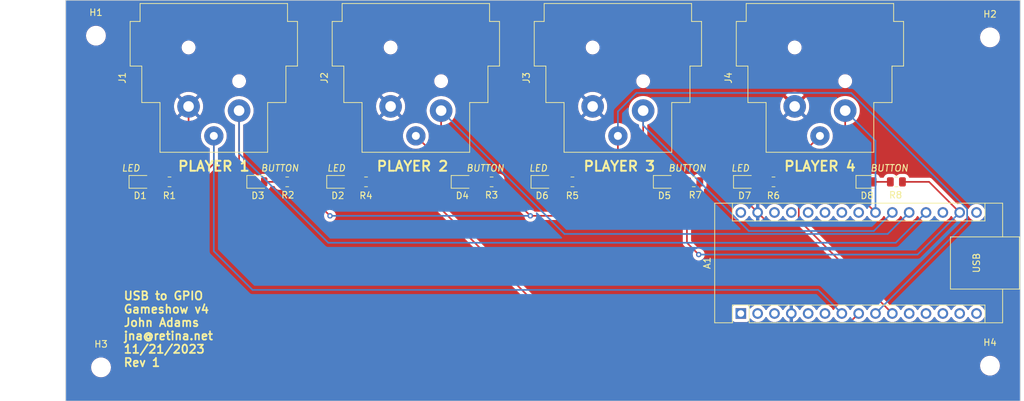
<source format=kicad_pcb>
(kicad_pcb (version 20221018) (generator pcbnew)
  (layers (0 "F.Cu" signal) (31 "B.Cu" signal) (34 "B.Paste" user) (35 "F.Paste" user) (36 "B.SilkS" user "B.Silkscreen") (37 "F.SilkS" user "F.Silkscreen") (38 "B.Mask" user) (39 "F.Mask" user) (44 "Edge.Cuts" user))
  (net 0 "")
  (net 4 "GND")
  (net 7 "P1_LED")
  (net 8 "P2_LED")
  (net 9 "P3_LED")
  (net 10 "P4_LED")
  (net 17 "+3V3")
  (net 19 "P1_SW")
  (net 20 "P2_SW")
  (net 21 "P3_SW")
  (net 22 "P4_SW")
  (net 30 "Net-(D1-A)")
  (net 31 "Net-(D2-A)")
  (net 32 "Net-(D3-A)")
  (net 33 "Net-(D4-A)")
  (net 34 "Net-(D5-A)")
  (net 35 "Net-(D6-A)")
  (net 36 "Net-(D7-A)")
  (net 37 "Net-(D8-A)")
  (footprint "Resistor_SMD:R_0805_2012Metric" (layer "F.Cu") (at 195.6835 81.235 180)
    (fp_text reference "R8" (at 0.115 -1.994) (layer "F.SilkS"))
    (fp_text value "68")
    (fp_line (start -0.227064 -0.735) (end 0.227064 -0.735) (stroke (width 0.12)) (layer "F.SilkS"))
    (fp_line (start -0.227064 0.735) (end 0.227064 0.735) (stroke (width 0.12)) (layer "F.SilkS"))
    (pad "1" smd roundrect (at -0.9125 0 180) (size 1.025 1.4) (layers "F.Cu" "F.Paste" "F.Mask") (roundrect_rratio 0.243902) (net 17 "+3V3"))
    (pad "2" smd roundrect (at 0.9125 0 180) (size 1.025 1.4) (layers "F.Cu" "F.Paste" "F.Mask") (roundrect_rratio 0.243902) (net 37 "Net-(D8-A)"))
  )
  (footprint "MountingHole:MountingHole_2.5mm" (layer "F.Cu") (at 209.804 108.966)
    (fp_text reference "H4" (at 0 -3.5) (layer "F.SilkS"))
    (fp_text value "MountingHole")
    (pad "" np_thru_hole circle (at 0 0) (size 2.5 2.5) (drill 2.5) (layers "*.Cu" "*.Mask"))
  )
  (footprint "LED_SMD:LED_0805_2012Metric" (layer "F.Cu") (at 130.21 81.235)
    (fp_text reference "D4" (at -0.0115 2.077) (layer "F.SilkS"))
    (fp_text value "LED")
    (fp_line (start -1.685 -0.96) (end -1.685 0.96) (stroke (width 0.12)) (layer "F.SilkS"))
    (fp_line (start -1.685 0.96) (end 1 0.96) (stroke (width 0.12)) (layer "F.SilkS"))
    (fp_line (start 1 -0.96) (end -1.685 -0.96) (stroke (width 0.12)) (layer "F.SilkS"))
    (pad "1" smd roundrect (at -0.9375 0) (size 0.975 1.4) (layers "F.Cu" "F.Paste" "F.Mask") (net 20 "P2_SW"))
    (pad "2" smd roundrect (at 0.9375 0) (size 0.975 1.4) (layers "F.Cu" "F.Paste" "F.Mask") (net 35 "Net-(D6-A)"))
  )
  (footprint "LED_SMD:LED_0805_2012Metric" (layer "F.Cu") (at 191.2735 81.235)
    (fp_text reference "D8" (at -0.0115 2.077) (layer "F.SilkS"))
    (fp_text value "LED")
    (fp_line (start -1.685 -0.96) (end -1.685 0.96) (stroke (width 0.12)) (layer "F.SilkS"))
    (fp_line (start -1.685 0.96) (end 1 0.96) (stroke (width 0.12)) (layer "F.SilkS"))
    (fp_line (start 1 -0.96) (end -1.685 -0.96) (stroke (width 0.12)) (layer "F.SilkS"))
    (pad "1" smd roundrect (at -0.9375 0) (size 0.975 1.4) (layers "F.Cu" "F.Paste" "F.Mask") (net 22 "P4_SW"))
    (pad "2" smd roundrect (at 0.9375 0) (size 0.975 1.4) (layers "F.Cu" "F.Paste" "F.Mask") (net 37 "Net-(D8-A)"))
  )
  (footprint "Module:Arduino_Nano" (layer "F.Cu") (at 172.212 101.092 90)
    (fp_text reference "A1" (at 7.62 -5.08 90) (layer "F.SilkS"))
    (fp_text value "Arduino_Nano_v3.x")
    (fp_text user "USB" (at 7.62 35.56 90 unlocked) (layer "F.SilkS"))
    (fp_line (start -1.4 -3.94) (end -1.4 -1.27) (stroke (width 0.12)) (layer "F.SilkS"))
    (fp_line (start -1.4 1.27) (end -1.4 39.5) (stroke (width 0.12)) (layer "F.SilkS"))
    (fp_line (start -1.4 39.5) (end 3.68 39.5) (stroke (width 0.12)) (layer "F.SilkS"))
    (fp_line (start 1.27 -1.27) (end -1.4 -1.27) (stroke (width 0.12)) (layer "F.SilkS"))
    (fp_line (start 1.27 1.27) (end -1.4 1.27) (stroke (width 0.12)) (layer "F.SilkS"))
    (fp_line (start 1.27 1.27) (end 1.27 -1.27) (stroke (width 0.12)) (layer "F.SilkS"))
    (fp_line (start 1.27 1.27) (end 1.27 36.83) (stroke (width 0.12)) (layer "F.SilkS"))
    (fp_line (start 1.27 36.83) (end -1.4 36.83) (stroke (width 0.12)) (layer "F.SilkS"))
    (fp_line (start 3.68 31.62) (end 11.56 31.62) (stroke (width 0.12)) (layer "F.SilkS"))
    (fp_line (start 3.68 42.04) (end 3.68 31.62) (stroke (width 0.12)) (layer "F.SilkS"))
    (fp_line (start 11.56 31.62) (end 11.56 42.04) (stroke (width 0.12)) (layer "F.SilkS"))
    (fp_line (start 11.56 42.04) (end 3.68 42.04) (stroke (width 0.12)) (layer "F.SilkS"))
    (fp_line (start 13.97 -1.27) (end 13.97 36.83) (stroke (width 0.12)) (layer "F.SilkS"))
    (fp_line (start 13.97 -1.27) (end 16.64 -1.27) (stroke (width 0.12)) (layer "F.SilkS"))
    (fp_line (start 13.97 36.83) (end 16.64 36.83) (stroke (width 0.12)) (layer "F.SilkS"))
    (fp_line (start 16.64 -3.94) (end -1.4 -3.94) (stroke (width 0.12)) (layer "F.SilkS"))
    (fp_line (start 16.64 39.5) (end 11.56 39.5) (stroke (width 0.12)) (layer "F.SilkS"))
    (fp_line (start 16.64 39.5) (end 16.64 -3.94) (stroke (width 0.12)) (layer "F.SilkS"))
    (pad "1" thru_hole rect (at 0 0 90) (size 1.6 1.6) (drill 1) (layers "*.Cu" "*.Mask"))
    (pad "2" thru_hole oval (at 0 2.54 90) (size 1.6 1.6) (drill 1) (layers "*.Cu" "*.Mask"))
    (pad "3" thru_hole oval (at 0 5.08 90) (size 1.6 1.6) (drill 1) (layers "*.Cu" "*.Mask"))
    (pad "4" thru_hole oval (at 0 7.62 90) (size 1.6 1.6) (drill 1) (layers "*.Cu" "*.Mask") (net 4 "GND"))
    (pad "5" thru_hole oval (at 0 10.16 90) (size 1.6 1.6) (drill 1) (layers "*.Cu" "*.Mask"))
    (pad "6" thru_hole oval (at 0 12.7 90) (size 1.6 1.6) (drill 1) (layers "*.Cu" "*.Mask"))
    (pad "7" thru_hole oval (at 0 15.24 90) (size 1.6 1.6) (drill 1) (layers "*.Cu" "*.Mask") (net 7 "P1_LED"))
    (pad "8" thru_hole oval (at 0 17.78 90) (size 1.6 1.6) (drill 1) (layers "*.Cu" "*.Mask") (net 8 "P2_LED"))
    (pad "9" thru_hole oval (at 0 20.32 90) (size 1.6 1.6) (drill 1) (layers "*.Cu" "*.Mask") (net 9 "P3_LED"))
    (pad "10" thru_hole oval (at 0 22.86 90) (size 1.6 1.6) (drill 1) (layers "*.Cu" "*.Mask") (net 10 "P4_LED"))
    (pad "11" thru_hole oval (at 0 25.4 90) (size 1.6 1.6) (drill 1) (layers "*.Cu" "*.Mask"))
    (pad "12" thru_hole oval (at 0 27.94 90) (size 1.6 1.6) (drill 1) (layers "*.Cu" "*.Mask"))
    (pad "13" thru_hole oval (at 0 30.48 90) (size 1.6 1.6) (drill 1) (layers "*.Cu" "*.Mask"))
    (pad "14" thru_hole oval (at 0 33.02 90) (size 1.6 1.6) (drill 1) (layers "*.Cu" "*.Mask"))
    (pad "15" thru_hole oval (at 0 35.56 90) (size 1.6 1.6) (drill 1) (layers "*.Cu" "*.Mask"))
    (pad "16" thru_hole oval (at 15.24 35.56 90) (size 1.6 1.6) (drill 1) (layers "*.Cu" "*.Mask"))
    (pad "17" thru_hole oval (at 15.24 33.02 90) (size 1.6 1.6) (drill 1) (layers "*.Cu" "*.Mask") (net 17 "+3V3"))
    (pad "18" thru_hole oval (at 15.24 30.48 90) (size 1.6 1.6) (drill 1) (layers "*.Cu" "*.Mask"))
    (pad "19" thru_hole oval (at 15.24 27.94 90) (size 1.6 1.6) (drill 1) (layers "*.Cu" "*.Mask") (net 19 "P1_SW"))
    (pad "20" thru_hole oval (at 15.24 25.4 90) (size 1.6 1.6) (drill 1) (layers "*.Cu" "*.Mask") (net 20 "P2_SW"))
    (pad "21" thru_hole oval (at 15.24 22.86 90) (size 1.6 1.6) (drill 1) (layers "*.Cu" "*.Mask") (net 21 "P3_SW"))
    (pad "22" thru_hole oval (at 15.24 20.32 90) (size 1.6 1.6) (drill 1) (layers "*.Cu" "*.Mask") (net 22 "P4_SW"))
    (pad "23" thru_hole oval (at 15.24 17.78 90) (size 1.6 1.6) (drill 1) (layers "*.Cu" "*.Mask"))
    (pad "24" thru_hole oval (at 15.24 15.24 90) (size 1.6 1.6) (drill 1) (layers "*.Cu" "*.Mask"))
    (pad "25" thru_hole oval (at 15.24 12.7 90) (size 1.6 1.6) (drill 1) (layers "*.Cu" "*.Mask"))
    (pad "26" thru_hole oval (at 15.24 10.16 90) (size 1.6 1.6) (drill 1) (layers "*.Cu" "*.Mask"))
    (pad "27" thru_hole oval (at 15.24 7.62 90) (size 1.6 1.6) (drill 1) (layers "*.Cu" "*.Mask"))
    (pad "28" thru_hole oval (at 15.24 5.08 90) (size 1.6 1.6) (drill 1) (layers "*.Cu" "*.Mask"))
    (pad "29" thru_hole oval (at 15.24 2.54 90) (size 1.6 1.6) (drill 1) (layers "*.Cu" "*.Mask") (net 4 "GND"))
    (pad "30" thru_hole oval (at 15.24 0 90) (size 1.6 1.6) (drill 1) (layers "*.Cu" "*.Mask"))
  )
  (footprint "Connector_Audio:Jack_XLR_Neutrik_NC3FAAH_Horizontal" (layer "F.Cu") (at 149.86 69.85 90)
    (fp_text reference "J3" (at 4.3 -10 90) (layer "F.SilkS"))
    (fp_text value "NC3FAAH")
    (fp_line (start -6.92 -4.31) (end -6.92 11.93) (stroke (width 0.12)) (layer "F.SilkS"))
    (fp_line (start 0.58 -7.06) (end 0.58 -4.31) (stroke (width 0.12)) (layer "F.SilkS"))
    (fp_line (start 0.58 -4.31) (end -6.92 -4.31) (stroke (width 0.12)) (layer "F.SilkS"))
    (fp_line (start 0.58 11.93) (end -6.92 11.93) (stroke (width 0.12)) (layer "F.SilkS"))
    (fp_line (start 0.58 11.93) (end 0.58 14.68) (stroke (width 0.12)) (layer "F.SilkS"))
    (fp_line (start 6.08 -7.06) (end 0.58 -7.06) (stroke (width 0.12)) (layer "F.SilkS"))
    (fp_line (start 6.08 -7.06) (end 6.08 -8.81) (stroke (width 0.12)) (layer "F.SilkS"))
    (fp_line (start 6.08 14.68) (end 0.58 14.68) (stroke (width 0.12)) (layer "F.SilkS"))
    (fp_line (start 6.08 16.43) (end 6.08 14.68) (stroke (width 0.12)) (layer "F.SilkS"))
    (fp_line (start 12.82 -8.81) (end 6.08 -8.81) (stroke (width 0.12)) (layer "F.SilkS"))
    (fp_line (start 12.82 -8.81) (end 12.82 -7.31) (stroke (width 0.12)) (layer "F.SilkS"))
    (fp_line (start 12.82 -7.31) (end 15.52 -7.31) (stroke (width 0.12)) (layer "F.SilkS"))
    (fp_line (start 12.82 14.93) (end 12.82 16.43) (stroke (width 0.12)) (layer "F.SilkS"))
    (fp_line (start 12.82 14.93) (end 15.52 14.93) (stroke (width 0.12)) (layer "F.SilkS"))
    (fp_line (start 12.82 16.43) (end 6.08 16.43) (stroke (width 0.12)) (layer "F.SilkS"))
    (fp_line (start 15.52 -7.31) (end 15.52 14.93) (stroke (width 0.12)) (layer "F.SilkS"))
    (pad "" np_thru_hole circle (at 3.81 7.62 90) (size 1.6 1.6) (drill 1.6) (layers "*.Cu" "*.Mask"))
    (pad "" np_thru_hole circle (at 8.89 0 90) (size 1.6 1.6) (drill 1.6) (layers "*.Cu" "*.Mask"))
    (pad "1" thru_hole circle (at 0 0 90) (size 3.4 3.4) (drill 1.6) (layers "*.Cu" "*.Mask") (net 4 "GND"))
    (pad "2" thru_hole circle (at -0.635 7.62 90) (size 3.4 3.4) (drill 1.6) (layers "*.Cu" "*.Mask") (net 21 "P3_SW"))
    (pad "3" thru_hole circle (at -4.45 3.81 90) (size 2.9 2.9) (drill 1.2) (layers "*.Cu" "*.Mask") (net 9 "P3_LED"))
  )
  (footprint "LED_SMD:LED_0805_2012Metric" (layer "F.Cu") (at 142.2515 81.235)
    (fp_text reference "D6" (at -0.0115 2.077) (layer "F.SilkS"))
    (fp_text value "LED")
    (fp_line (start -1.685 -0.96) (end -1.685 0.96) (stroke (width 0.12)) (layer "F.SilkS"))
    (fp_line (start -1.685 0.96) (end 1 0.96) (stroke (width 0.12)) (layer "F.SilkS"))
    (fp_line (start 1 -0.96) (end -1.685 -0.96) (stroke (width 0.12)) (layer "F.SilkS"))
    (pad "1" smd roundrect (at -0.9375 0) (size 0.975 1.4) (layers "F.Cu" "F.Paste" "F.Mask") (net 4 "GND"))
    (pad "2" smd roundrect (at 0.9375 0) (size 0.975 1.4) (layers "F.Cu" "F.Paste" "F.Mask") (net 32 "Net-(D3-A)"))
  )
  (footprint "Resistor_SMD:R_0805_2012Metric" (layer "F.Cu") (at 115.6735 81.235)
    (fp_text reference "R4" (at -0.0115 2.077) (layer "F.SilkS"))
    (fp_text value "68")
    (fp_line (start -0.227064 -0.735) (end 0.227064 -0.735) (stroke (width 0.12)) (layer "F.SilkS"))
    (fp_line (start -0.227064 0.735) (end 0.227064 0.735) (stroke (width 0.12)) (layer "F.SilkS"))
    (pad "1" smd roundrect (at -0.9125 0) (size 1.025 1.4) (layers "F.Cu" "F.Paste" "F.Mask") (roundrect_rratio 0.243902) (net 31 "Net-(D2-A)"))
    (pad "2" smd roundrect (at 0.9125 0) (size 1.025 1.4) (layers "F.Cu" "F.Paste" "F.Mask") (roundrect_rratio 0.243902) (net 8 "P2_LED"))
  )
  (footprint "Resistor_SMD:R_0805_2012Metric" (layer "F.Cu") (at 146.812 81.235)
    (fp_text reference "R5" (at -0.0115 2.077) (layer "F.SilkS"))
    (fp_text value "68")
    (fp_line (start -0.227064 -0.735) (end 0.227064 -0.735) (stroke (width 0.12)) (layer "F.SilkS"))
    (fp_line (start -0.227064 0.735) (end 0.227064 0.735) (stroke (width 0.12)) (layer "F.SilkS"))
    (pad "1" smd roundrect (at -0.9125 0) (size 1.025 1.4) (layers "F.Cu" "F.Paste" "F.Mask") (roundrect_rratio 0.243902) (net 32 "Net-(D3-A)"))
    (pad "2" smd roundrect (at 0.9125 0) (size 1.025 1.4) (layers "F.Cu" "F.Paste" "F.Mask") (roundrect_rratio 0.243902) (net 9 "P3_LED"))
  )
  (footprint "LED_SMD:LED_0805_2012Metric" (layer "F.Cu") (at 111.4275 81.235)
    (fp_text reference "D2" (at -0.0115 2.077) (layer "F.SilkS"))
    (fp_text value "LED")
    (fp_line (start -1.685 -0.96) (end -1.685 0.96) (stroke (width 0.12)) (layer "F.SilkS"))
    (fp_line (start -1.685 0.96) (end 1 0.96) (stroke (width 0.12)) (layer "F.SilkS"))
    (fp_line (start 1 -0.96) (end -1.685 -0.96) (stroke (width 0.12)) (layer "F.SilkS"))
    (pad "1" smd roundrect (at -0.9375 0) (size 0.975 1.4) (layers "F.Cu" "F.Paste" "F.Mask") (net 4 "GND"))
    (pad "2" smd roundrect (at 0.9375 0) (size 0.975 1.4) (layers "F.Cu" "F.Paste" "F.Mask") (net 31 "Net-(D2-A)"))
  )
  (footprint "Resistor_SMD:R_0805_2012Metric" (layer "F.Cu") (at 103.7825 81.235 180)
    (fp_text reference "R2" (at -0.092 -1.994) (layer "F.SilkS"))
    (fp_text value "68")
    (fp_line (start -0.227064 -0.735) (end 0.227064 -0.735) (stroke (width 0.12)) (layer "F.SilkS"))
    (fp_line (start -0.227064 0.735) (end 0.227064 0.735) (stroke (width 0.12)) (layer "F.SilkS"))
    (pad "1" smd roundrect (at -0.9125 0 180) (size 1.025 1.4) (layers "F.Cu" "F.Paste" "F.Mask") (roundrect_rratio 0.243902) (net 17 "+3V3"))
    (pad "2" smd roundrect (at 0.9125 0 180) (size 1.025 1.4) (layers "F.Cu" "F.Paste" "F.Mask") (roundrect_rratio 0.243902) (net 34 "Net-(D5-A)"))
  )
  (footprint "Resistor_SMD:R_0805_2012Metric" (layer "F.Cu") (at 177.1415 81.235)
    (fp_text reference "R6" (at -0.0115 2.077) (layer "F.SilkS"))
    (fp_text value "68")
    (fp_line (start -0.227064 -0.735) (end 0.227064 -0.735) (stroke (width 0.12)) (layer "F.SilkS"))
    (fp_line (start -0.227064 0.735) (end 0.227064 0.735) (stroke (width 0.12)) (layer "F.SilkS"))
    (pad "1" smd roundrect (at -0.9125 0) (size 1.025 1.4) (layers "F.Cu" "F.Paste" "F.Mask") (roundrect_rratio 0.243902) (net 33 "Net-(D4-A)"))
    (pad "2" smd roundrect (at 0.9125 0) (size 1.025 1.4) (layers "F.Cu" "F.Paste" "F.Mask") (roundrect_rratio 0.243902) (net 10 "P4_LED"))
  )
  (footprint "Connector_Audio:Jack_XLR_Neutrik_NC3FAAH_Horizontal" (layer "F.Cu") (at 88.9 69.85 90)
    (fp_text reference "J1" (at 4.3 -10 90) (layer "F.SilkS"))
    (fp_text value "NC3FAAH")
    (fp_line (start -6.92 -4.31) (end -6.92 11.93) (stroke (width 0.12)) (layer "F.SilkS"))
    (fp_line (start 0.58 -7.06) (end 0.58 -4.31) (stroke (width 0.12)) (layer "F.SilkS"))
    (fp_line (start 0.58 -4.31) (end -6.92 -4.31) (stroke (width 0.12)) (layer "F.SilkS"))
    (fp_line (start 0.58 11.93) (end -6.92 11.93) (stroke (width 0.12)) (layer "F.SilkS"))
    (fp_line (start 0.58 11.93) (end 0.58 14.68) (stroke (width 0.12)) (layer "F.SilkS"))
    (fp_line (start 6.08 -7.06) (end 0.58 -7.06) (stroke (width 0.12)) (layer "F.SilkS"))
    (fp_line (start 6.08 -7.06) (end 6.08 -8.81) (stroke (width 0.12)) (layer "F.SilkS"))
    (fp_line (start 6.08 14.68) (end 0.58 14.68) (stroke (width 0.12)) (layer "F.SilkS"))
    (fp_line (start 6.08 16.43) (end 6.08 14.68) (stroke (width 0.12)) (layer "F.SilkS"))
    (fp_line (start 12.82 -8.81) (end 6.08 -8.81) (stroke (width 0.12)) (layer "F.SilkS"))
    (fp_line (start 12.82 -8.81) (end 12.82 -7.31) (stroke (width 0.12)) (layer "F.SilkS"))
    (fp_line (start 12.82 -7.31) (end 15.52 -7.31) (stroke (width 0.12)) (layer "F.SilkS"))
    (fp_line (start 12.82 14.93) (end 12.82 16.43) (stroke (width 0.12)) (layer "F.SilkS"))
    (fp_line (start 12.82 14.93) (end 15.52 14.93) (stroke (width 0.12)) (layer "F.SilkS"))
    (fp_line (start 12.82 16.43) (end 6.08 16.43) (stroke (width 0.12)) (layer "F.SilkS"))
    (fp_line (start 15.52 -7.31) (end 15.52 14.93) (stroke (width 0.12)) (layer "F.SilkS"))
    (pad "" np_thru_hole circle (at 3.81 7.62 90) (size 1.6 1.6) (drill 1.6) (layers "*.Cu" "*.Mask"))
    (pad "" np_thru_hole circle (at 8.89 0 90) (size 1.6 1.6) (drill 1.6) (layers "*.Cu" "*.Mask"))
    (pad "1" thru_hole circle (at 0 0 90) (size 3.4 3.4) (drill 1.6) (layers "*.Cu" "*.Mask") (net 4 "GND"))
    (pad "2" thru_hole circle (at -0.635 7.62 90) (size 3.4 3.4) (drill 1.6) (layers "*.Cu" "*.Mask") (net 19 "P1_SW"))
    (pad "3" thru_hole circle (at -4.45 3.81 90) (size 2.9 2.9) (drill 1.2) (layers "*.Cu" "*.Mask") (net 7 "P1_LED"))
  )
  (footprint "MountingHole:MountingHole_2.5mm" (layer "F.Cu") (at 75.692 109.22)
    (fp_text reference "H3" (at 0 -3.5) (layer "F.SilkS"))
    (fp_text value "MountingHole")
    (pad "" np_thru_hole circle (at 0 0) (size 2.5 2.5) (drill 2.5) (layers "*.Cu" "*.Mask"))
  )
  (footprint "LED_SMD:LED_0805_2012Metric" (layer "F.Cu") (at 99.3725 81.235)
    (fp_text reference "D3" (at -0.0115 2.077) (layer "F.SilkS"))
    (fp_text value "LED")
    (fp_line (start -1.685 -0.96) (end -1.685 0.96) (stroke (width 0.12)) (layer "F.SilkS"))
    (fp_line (start -1.685 0.96) (end 1 0.96) (stroke (width 0.12)) (layer "F.SilkS"))
    (fp_line (start 1 -0.96) (end -1.685 -0.96) (stroke (width 0.12)) (layer "F.SilkS"))
    (pad "1" smd roundrect (at -0.9375 0) (size 0.975 1.4) (layers "F.Cu" "F.Paste" "F.Mask") (net 19 "P1_SW"))
    (pad "2" smd roundrect (at 0.9375 0) (size 0.975 1.4) (layers "F.Cu" "F.Paste" "F.Mask") (net 34 "Net-(D5-A)"))
  )
  (footprint "LED_SMD:LED_0805_2012Metric" (layer "F.Cu") (at 81.6125 81.235)
    (fp_text reference "D1" (at -0.0115 2.077) (layer "F.SilkS"))
    (fp_text value "LED")
    (fp_line (start -1.685 -0.96) (end -1.685 0.96) (stroke (width 0.12)) (layer "F.SilkS"))
    (fp_line (start -1.685 0.96) (end 1 0.96) (stroke (width 0.12)) (layer "F.SilkS"))
    (fp_line (start 1 -0.96) (end -1.685 -0.96) (stroke (width 0.12)) (layer "F.SilkS"))
    (pad "1" smd roundrect (at -0.9375 0) (size 0.975 1.4) (layers "F.Cu" "F.Paste" "F.Mask") (net 4 "GND"))
    (pad "2" smd roundrect (at 0.9375 0) (size 0.975 1.4) (layers "F.Cu" "F.Paste" "F.Mask") (net 30 "Net-(D1-A)"))
  )
  (footprint "Resistor_SMD:R_0805_2012Metric" (layer "F.Cu") (at 165.1135 81.235 180)
    (fp_text reference "R7" (at -0.229 -1.994) (layer "F.SilkS"))
    (fp_text value "68")
    (fp_line (start -0.227064 -0.735) (end 0.227064 -0.735) (stroke (width 0.12)) (layer "F.SilkS"))
    (fp_line (start -0.227064 0.735) (end 0.227064 0.735) (stroke (width 0.12)) (layer "F.SilkS"))
    (pad "1" smd roundrect (at -0.9125 0 180) (size 1.025 1.4) (layers "F.Cu" "F.Paste" "F.Mask") (roundrect_rratio 0.243902) (net 17 "+3V3"))
    (pad "2" smd roundrect (at 0.9125 0 180) (size 1.025 1.4) (layers "F.Cu" "F.Paste" "F.Mask") (roundrect_rratio 0.243902) (net 36 "Net-(D7-A)"))
  )
  (footprint "Connector_Audio:Jack_XLR_Neutrik_NC3FAAH_Horizontal" (layer "F.Cu") (at 180.34 69.85 90)
    (fp_text reference "J4" (at 4.3 -10 90) (layer "F.SilkS"))
    (fp_text value "NC3FAAH")
    (fp_line (start -6.92 -4.31) (end -6.92 11.93) (stroke (width 0.12)) (layer "F.SilkS"))
    (fp_line (start 0.58 -7.06) (end 0.58 -4.31) (stroke (width 0.12)) (layer "F.SilkS"))
    (fp_line (start 0.58 -4.31) (end -6.92 -4.31) (stroke (width 0.12)) (layer "F.SilkS"))
    (fp_line (start 0.58 11.93) (end -6.92 11.93) (stroke (width 0.12)) (layer "F.SilkS"))
    (fp_line (start 0.58 11.93) (end 0.58 14.68) (stroke (width 0.12)) (layer "F.SilkS"))
    (fp_line (start 6.08 -7.06) (end 0.58 -7.06) (stroke (width 0.12)) (layer "F.SilkS"))
    (fp_line (start 6.08 -7.06) (end 6.08 -8.81) (stroke (width 0.12)) (layer "F.SilkS"))
    (fp_line (start 6.08 14.68) (end 0.58 14.68) (stroke (width 0.12)) (layer "F.SilkS"))
    (fp_line (start 6.08 16.43) (end 6.08 14.68) (stroke (width 0.12)) (layer "F.SilkS"))
    (fp_line (start 12.82 -8.81) (end 6.08 -8.81) (stroke (width 0.12)) (layer "F.SilkS"))
    (fp_line (start 12.82 -8.81) (end 12.82 -7.31) (stroke (width 0.12)) (layer "F.SilkS"))
    (fp_line (start 12.82 -7.31) (end 15.52 -7.31) (stroke (width 0.12)) (layer "F.SilkS"))
    (fp_line (start 12.82 14.93) (end 12.82 16.43) (stroke (width 0.12)) (layer "F.SilkS"))
    (fp_line (start 12.82 14.93) (end 15.52 14.93) (stroke (width 0.12)) (layer "F.SilkS"))
    (fp_line (start 12.82 16.43) (end 6.08 16.43) (stroke (width 0.12)) (layer "F.SilkS"))
    (fp_line (start 15.52 -7.31) (end 15.52 14.93) (stroke (width 0.12)) (layer "F.SilkS"))
    (pad "" np_thru_hole circle (at 3.81 7.62 90) (size 1.6 1.6) (drill 1.6) (layers "*.Cu" "*.Mask"))
    (pad "" np_thru_hole circle (at 8.89 0 90) (size 1.6 1.6) (drill 1.6) (layers "*.Cu" "*.Mask"))
    (pad "1" thru_hole circle (at 0 0 90) (size 3.4 3.4) (drill 1.6) (layers "*.Cu" "*.Mask") (net 4 "GND"))
    (pad "2" thru_hole circle (at -0.635 7.62 90) (size 3.4 3.4) (drill 1.6) (layers "*.Cu" "*.Mask") (net 22 "P4_SW"))
    (pad "3" thru_hole circle (at -4.45 3.81 90) (size 2.9 2.9) (drill 1.2) (layers "*.Cu" "*.Mask") (net 10 "P4_LED"))
  )
  (footprint "MountingHole:MountingHole_2.5mm" (layer "F.Cu") (at 74.93 59.182)
    (fp_text reference "H1" (at 0 -3.5) (layer "F.SilkS"))
    (fp_text value "MountingHole")
    (pad "" np_thru_hole circle (at 0 0) (size 2.5 2.5) (drill 2.5) (layers "*.Cu" "*.Mask"))
  )
  (footprint "MountingHole:MountingHole_2.5mm" (layer "F.Cu") (at 209.804 59.436)
    (fp_text reference "H2" (at 0 -3.5) (layer "F.SilkS"))
    (fp_text value "MountingHole")
    (pad "" np_thru_hole circle (at 0 0) (size 2.5 2.5) (drill 2.5) (layers "*.Cu" "*.Mask"))
  )
  (footprint "Resistor_SMD:R_0805_2012Metric" (layer "F.Cu") (at 86.0225 81.235)
    (fp_text reference "R1" (at -0.0115 2.077) (layer "F.SilkS"))
    (fp_text value "68")
    (fp_line (start -0.227064 -0.735) (end 0.227064 -0.735) (stroke (width 0.12)) (layer "F.SilkS"))
    (fp_line (start -0.227064 0.735) (end 0.227064 0.735) (stroke (width 0.12)) (layer "F.SilkS"))
    (pad "1" smd roundrect (at -0.9125 0) (size 1.025 1.4) (layers "F.Cu" "F.Paste" "F.Mask") (roundrect_rratio 0.243902) (net 30 "Net-(D1-A)"))
    (pad "2" smd roundrect (at 0.9125 0) (size 1.025 1.4) (layers "F.Cu" "F.Paste" "F.Mask") (roundrect_rratio 0.243902) (net 7 "P1_LED"))
  )
  (footprint "LED_SMD:LED_0805_2012Metric" (layer "F.Cu") (at 172.7985 81.235)
    (fp_text reference "D7" (at -0.0115 2.077) (layer "F.SilkS"))
    (fp_text value "LED")
    (fp_line (start -1.685 -0.96) (end -1.685 0.96) (stroke (width 0.12)) (layer "F.SilkS"))
    (fp_line (start -1.685 0.96) (end 1 0.96) (stroke (width 0.12)) (layer "F.SilkS"))
    (fp_line (start 1 -0.96) (end -1.685 -0.96) (stroke (width 0.12)) (layer "F.SilkS"))
    (pad "1" smd roundrect (at -0.9375 0) (size 0.975 1.4) (layers "F.Cu" "F.Paste" "F.Mask") (net 4 "GND"))
    (pad "2" smd roundrect (at 0.9375 0) (size 0.975 1.4) (layers "F.Cu" "F.Paste" "F.Mask") (net 33 "Net-(D4-A)"))
  )
  (footprint "Resistor_SMD:R_0805_2012Metric" (layer "F.Cu") (at 134.62 81.235 180)
    (fp_text reference "R3" (at 0.0115 -1.994) (layer "F.SilkS"))
    (fp_text value "68")
    (fp_line (start -0.227064 -0.735) (end 0.227064 -0.735) (stroke (width 0.12)) (layer "F.SilkS"))
    (fp_line (start -0.227064 0.735) (end 0.227064 0.735) (stroke (width 0.12)) (layer "F.SilkS"))
    (pad "1" smd roundrect (at -0.9125 0 180) (size 1.025 1.4) (layers "F.Cu" "F.Paste" "F.Mask") (roundrect_rratio 0.243902) (net 17 "+3V3"))
    (pad "2" smd roundrect (at 0.9125 0 180) (size 1.025 1.4) (layers "F.Cu" "F.Paste" "F.Mask") (roundrect_rratio 0.243902) (net 35 "Net-(D6-A)"))
  )
  (footprint "Connector_Audio:Jack_XLR_Neutrik_NC3FAAH_Horizontal" (layer "F.Cu") (at 119.38 69.85 90)
    (fp_text reference "J2" (at 4.3 -10 90) (layer "F.SilkS"))
    (fp_text value "NC3FAAH")
    (fp_line (start -6.92 -4.31) (end -6.92 11.93) (stroke (width 0.12)) (layer "F.SilkS"))
    (fp_line (start 0.58 -7.06) (end 0.58 -4.31) (stroke (width 0.12)) (layer "F.SilkS"))
    (fp_line (start 0.58 -4.31) (end -6.92 -4.31) (stroke (width 0.12)) (layer "F.SilkS"))
    (fp_line (start 0.58 11.93) (end -6.92 11.93) (stroke (width 0.12)) (layer "F.SilkS"))
    (fp_line (start 0.58 11.93) (end 0.58 14.68) (stroke (width 0.12)) (layer "F.SilkS"))
    (fp_line (start 6.08 -7.06) (end 0.58 -7.06) (stroke (width 0.12)) (layer "F.SilkS"))
    (fp_line (start 6.08 -7.06) (end 6.08 -8.81) (stroke (width 0.12)) (layer "F.SilkS"))
    (fp_line (start 6.08 14.68) (end 0.58 14.68) (stroke (width 0.12)) (layer "F.SilkS"))
    (fp_line (start 6.08 16.43) (end 6.08 14.68) (stroke (width 0.12)) (layer "F.SilkS"))
    (fp_line (start 12.82 -8.81) (end 6.08 -8.81) (stroke (width 0.12)) (layer "F.SilkS"))
    (fp_line (start 12.82 -8.81) (end 12.82 -7.31) (stroke (width 0.12)) (layer "F.SilkS"))
    (fp_line (start 12.82 -7.31) (end 15.52 -7.31) (stroke (width 0.12)) (layer "F.SilkS"))
    (fp_line (start 12.82 14.93) (end 12.82 16.43) (stroke (width 0.12)) (layer "F.SilkS"))
    (fp_line (start 12.82 14.93) (end 15.52 14.93) (stroke (width 0.12)) (layer "F.SilkS"))
    (fp_line (start 12.82 16.43) (end 6.08 16.43) (stroke (width 0.12)) (layer "F.SilkS"))
    (fp_line (start 15.52 -7.31) (end 15.52 14.93) (stroke (width 0.12)) (layer "F.SilkS"))
    (pad "" np_thru_hole circle (at 3.81 7.62 90) (size 1.6 1.6) (drill 1.6) (layers "*.Cu" "*.Mask"))
    (pad "" np_thru_hole circle (at 8.89 0 90) (size 1.6 1.6) (drill 1.6) (layers "*.Cu" "*.Mask"))
    (pad "1" thru_hole circle (at 0 0 90) (size 3.4 3.4) (drill 1.6) (layers "*.Cu" "*.Mask") (net 4 "GND"))
    (pad "2" thru_hole circle (at -0.635 7.62 90) (size 3.4 3.4) (drill 1.6) (layers "*.Cu" "*.Mask") (net 20 "P2_SW"))
    (pad "3" thru_hole circle (at -4.45 3.81 90) (size 2.9 2.9) (drill 1.2) (layers "*.Cu" "*.Mask") (net 8 "P2_LED"))
  )
  (footprint "LED_SMD:LED_0805_2012Metric" (layer "F.Cu") (at 160.7035 81.235)
    (fp_text reference "D5" (at -0.0115 2.077) (layer "F.SilkS"))
    (fp_text value "LED")
    (fp_line (start -1.685 -0.96) (end -1.685 0.96) (stroke (width 0.12)) (layer "F.SilkS"))
    (fp_line (start -1.685 0.96) (end 1 0.96) (stroke (width 0.12)) (layer "F.SilkS"))
    (fp_line (start 1 -0.96) (end -1.685 -0.96) (stroke (width 0.12)) (layer "F.SilkS"))
    (pad "1" smd roundrect (at -0.9375 0) (size 0.975 1.4) (layers "F.Cu" "F.Paste" "F.Mask") (net 21 "P3_SW"))
    (pad "2" smd roundrect (at 0.9375 0) (size 0.975 1.4) (layers "F.Cu" "F.Paste" "F.Mask") (net 36 "Net-(D7-A)"))
  )
  (gr_rect (start 70.358 53.848) (end 214.376 114.3) (stroke (width 0.1)) (fill none) (layer "Edge.Cuts"))
  (gr_text "LED                        BUTTON\n" (at 170.688 79.75) (layer "F.SilkS") (effects (font (size 1 1) (thickness 0.15) italic) (justify left bottom)))
  (gr_text "PLAYER 4" (at 184.15 79.756) (layer "F.SilkS") (effects (font (size 1.5 1.5) (thickness 0.3) bold) (justify bottom)))
  (gr_text "PLAYER 1" (at 92.71 79.756) (layer "F.SilkS") (effects (font (size 1.5 1.5) (thickness 0.3) bold) (justify bottom)))
  (gr_text "PLAYER 2" (at 122.682 79.756) (layer "F.SilkS") (effects (font (size 1.5 1.5) (thickness 0.3) bold) (justify bottom)))
  (gr_text "USB to GPIO\nGameshow v4\nJohn Adams\njna@retina.net\n11/21/2023\nRev 1" (at 78.994 109.22) (layer "F.SilkS") (effects (font (size 1.25 1.25) (thickness 0.25) bold) (justify left bottom)))
  (gr_text "PLAYER 3" (at 148.336 79.756) (layer "F.SilkS") (effects (font (size 1.5 1.5) (thickness 0.3) bold) (justify left bottom)))
  (gr_text "LED                        BUTTON\n" (at 140.208 79.75) (layer "F.SilkS") (effects (font (size 1 1) (thickness 0.15) italic) (justify left bottom)))
  (gr_text "LED                        BUTTON\n" (at 78.74 79.75) (layer "F.SilkS") (effects (font (size 1 1) (thickness 0.15) italic) (justify left bottom)))
  (gr_text "LED                        BUTTON\n" (at 109.728 79.75) (layer "F.SilkS") (effects (font (size 1 1) (thickness 0.15) italic) (justify left bottom)))
  (segment (start 171.861 78.329) (end 171.861 81.235) (width 0.25) (layer "F.Cu") (net 4))
  (segment (start 121.354 67.876) (end 119.38 69.85) (width 0.25) (layer "F.Cu") (net 4))
  (segment (start 149.86 69.85) (end 141.314 78.396) (width 0.25) (layer "F.Cu") (net 4))
  (segment (start 178.64 68.15) (end 151.56 68.15) (width 0.25) (layer "F.Cu") (net 4))
  (segment (start 130.794 67.876) (end 121.354 67.876) (width 0.25) (layer "F.Cu") (net 4))
  (segment (start 119.38 69.85) (end 117.68 68.15) (width 0.25) (layer "F.Cu") (net 4))
  (segment (start 141.314 78.396) (end 141.314 81.235) (width 0.25) (layer "F.Cu") (net 4))
  (segment (start 88.9 69.85) (end 88.9 73.01) (width 0.25) (layer "F.Cu") (net 4))
  (segment (start 180.34 69.85) (end 171.861 78.329) (width 0.25) (layer "F.Cu") (net 4))
  (segment (start 110.49 78.74) (end 110.49 80.518) (width 0.25) (layer "F.Cu") (net 4))
  (segment (start 171.861 81.235) (end 171.861 82.961) (width 0.25) (layer "F.Cu") (net 4))
  (segment (start 180.34 69.85) (end 178.64 68.15) (width 0.25) (layer "F.Cu") (net 4))
  (segment (start 90.6 68.15) (end 88.9 69.85) (width 0.25) (layer "F.Cu") (net 4))
  (segment (start 119.38 69.85) (end 110.49 78.74) (width 0.25) (layer "F.Cu") (net 4))
  (segment (start 151.56 68.15) (end 149.86 69.85) (width 0.25) (layer "F.Cu") (net 4))
  (segment (start 117.68 68.15) (end 90.6 68.15) (width 0.25) (layer "F.Cu") (net 4))
  (segment (start 88.9 73.01) (end 80.675 81.235) (width 0.25) (layer "F.Cu") (net 4))
  (segment (start 179.832 90.932) (end 174.752 85.852) (width 0.25) (layer "F.Cu") (net 4))
  (segment (start 141.314 78.396) (end 130.794 67.876) (width 0.25) (layer "F.Cu") (net 4))
  (segment (start 171.861 82.961) (end 174.752 85.852) (width 0.25) (layer "F.Cu") (net 4))
  (segment (start 179.832 101.092) (end 179.832 90.932) (width 0.25) (layer "F.Cu") (net 4))
  (segment (start 92.71 74.3) (end 92.71 78.486) (width 0.25) (layer "F.Cu") (net 7))
  (segment (start 89.916 81.28) (end 89.871 81.235) (width 0.25) (layer "F.Cu") (net 7))
  (segment (start 89.871 81.235) (end 86.935 81.235) (width 0.25) (layer "F.Cu") (net 7))
  (segment (start 92.71 78.486) (end 89.916 81.28) (width 0.25) (layer "F.Cu") (net 7))
  (segment (start 187.452 101.092) (end 183.896 97.536) (width 0.25) (layer "B.Cu") (net 7))
  (segment (start 92.71 91.694) (end 92.71 74.3) (width 0.25) (layer "B.Cu") (net 7))
  (segment (start 98.552 97.536) (end 92.71 91.694) (width 0.25) (layer "B.Cu") (net 7))
  (segment (start 183.896 97.536) (end 98.552 97.536) (width 0.25) (layer "B.Cu") (net 7))
  (segment (start 123.19 74.3) (end 124.968 76.078) (width 0.25) (layer "F.Cu") (net 8))
  (segment (start 124.968 76.078) (end 124.968 83.312) (width 0.25) (layer "F.Cu") (net 8))
  (segment (start 186.436 104.648) (end 146.304 104.648) (width 0.25) (layer "F.Cu") (net 8))
  (segment (start 146.304 104.648) (end 124.968 83.312) (width 0.25) (layer "F.Cu") (net 8))
  (segment (start 189.992 101.092) (end 186.436 104.648) (width 0.25) (layer "F.Cu") (net 8))
  (segment (start 122.891 81.235) (end 116.586 81.235) (width 0.25) (layer "F.Cu") (net 8))
  (segment (start 124.968 83.312) (end 122.891 81.235) (width 0.25) (layer "F.Cu") (net 8))
  (segment (start 153.67 78.994) (end 153.67 74.3) (width 0.25) (layer "F.Cu") (net 9))
  (segment (start 151.429 81.235) (end 153.67 78.994) (width 0.25) (layer "F.Cu") (net 9))
  (segment (start 147.7245 81.235) (end 151.429 81.235) (width 0.25) (layer "F.Cu") (net 9))
  (segment (start 206.357 87.267) (end 192.532 101.092) (width 0.25) (layer "B.Cu") (net 9))
  (segment (start 206.357 85.308) (end 206.357 87.267) (width 0.25) (layer "B.Cu") (net 9))
  (segment (start 153.67 74.3) (end 153.67 70.612) (width 0.25) (layer "B.Cu") (net 9))
  (segment (start 188.867 67.818) (end 206.357 85.308) (width 0.25) (layer "B.Cu") (net 9))
  (segment (start 153.67 70.612) (end 156.464 67.818) (width 0.25) (layer "B.Cu") (net 9))
  (segment (start 156.464 67.818) (end 188.867 67.818) (width 0.25) (layer "B.Cu") (net 9))
  (segment (start 178.054 80.396) (end 178.054 81.235) (width 0.25) (layer "F.Cu") (net 10))
  (segment (start 195.072 101.092) (end 180.957 86.977) (width 0.25) (layer "F.Cu") (net 10))
  (segment (start 180.957 84.138) (end 178.054 81.235) (width 0.25) (layer "F.Cu") (net 10))
  (segment (start 180.957 86.977) (end 180.957 84.138) (width 0.25) (layer "F.Cu") (net 10))
  (segment (start 184.15 74.3) (end 178.054 80.396) (width 0.25) (layer "F.Cu") (net 10))
  (segment (start 164.084 86.36) (end 164.084 90.424) (width 0.25) (layer "F.Cu") (net 17))
  (segment (start 135.5325 81.4305) (end 140.462 86.36) (width 0.25) (layer "F.Cu") (net 17))
  (segment (start 164.084 90.424) (end 165.862 92.202) (width 0.25) (layer "F.Cu") (net 17))
  (segment (start 104.695 81.235) (end 105.111 81.235) (width 0.25) (layer "F.Cu") (net 17))
  (segment (start 135.5325 81.235) (end 135.5325 81.4305) (width 0.25) (layer "F.Cu") (net 17))
  (segment (start 200.615 81.235) (end 196.596 81.235) (width 0.25) (layer "F.Cu") (net 17))
  (segment (start 164.084 86.36) (end 166.026 84.418) (width 0.25) (layer "F.Cu") (net 17))
  (segment (start 105.111 81.235) (end 110.236 86.36) (width 0.25) (layer "F.Cu") (net 17))
  (segment (start 166.026 84.418) (end 166.026 81.235) (width 0.25) (layer "F.Cu") (net 17))
  (segment (start 140.462 86.36) (end 164.084 86.36) (width 0.25) (layer "F.Cu") (net 17))
  (segment (start 205.232 85.852) (end 200.615 81.235) (width 0.25) (layer "F.Cu") (net 17))
  (via (at 140.462 86.36) (size 0.8) (drill 0.4) (layers "F.Cu" "B.Cu") (net 17))
  (via (at 165.862 92.202) (size 0.8) (drill 0.4) (layers "F.Cu" "B.Cu") (net 17))
  (via (at 110.236 86.36) (size 0.8) (drill 0.4) (layers "F.Cu" "B.Cu") (net 17))
  (segment (start 110.236 86.36) (end 140.462 86.36) (width 0.25) (layer "B.Cu") (net 17))
  (segment (start 165.862 92.202) (end 198.882 92.202) (width 0.25) (layer "B.Cu") (net 17))
  (segment (start 205.232 85.852) (end 198.882 92.202) (width 0.25) (layer "B.Cu") (net 17))
  (segment (start 96.52 70.485) (end 96.52 79.32) (width 0.25) (layer "F.Cu") (net 19))
  (segment (start 96.52 79.32) (end 98.435 81.235) (width 0.25) (layer "F.Cu") (net 19))
  (segment (start 195.58 90.424) (end 109.982 90.424) (width 0.25) (layer "B.Cu") (net 19))
  (segment (start 96.52 76.962) (end 96.52 70.485) (width 0.25) (layer "B.Cu") (net 19))
  (segment (start 200.152 85.852) (end 195.58 90.424) (width 0.25) (layer "B.Cu") (net 19))
  (segment (start 109.982 90.424) (end 96.52 76.962) (width 0.25) (layer "B.Cu") (net 19))
  (segment (start 127 78.9625) (end 129.2725 81.235) (width 0.25) (layer "F.Cu") (net 20))
  (segment (start 127 70.485) (end 127 78.9625) (width 0.25) (layer "F.Cu") (net 20))
  (segment (start 145.611 89.096) (end 127 70.485) (width 0.25) (layer "B.Cu") (net 20))
  (segment (start 197.612 85.852) (end 194.368 89.096) (width 0.25) (layer "B.Cu") (net 20))
  (segment (start 194.368 89.096) (end 145.611 89.096) (width 0.25) (layer "B.Cu") (net 20))
  (segment (start 157.48 70.485) (end 157.48 78.949) (width 0.25) (layer "F.Cu") (net 21))
  (segment (start 157.48 78.949) (end 159.766 81.235) (width 0.25) (layer "F.Cu") (net 21))
  (segment (start 173.415009 88.646) (end 157.48 72.710991) (width 0.25) (layer "B.Cu") (net 21))
  (segment (start 192.278 88.646) (end 173.415009 88.646) (width 0.25) (layer "B.Cu") (net 21))
  (segment (start 157.48 72.710991) (end 157.48 70.485) (width 0.25) (layer "B.Cu") (net 21))
  (segment (start 195.072 85.852) (end 192.278 88.646) (width 0.25) (layer "B.Cu") (net 21))
  (segment (start 190.336 83.656) (end 192.532 85.852) (width 0.25) (layer "F.Cu") (net 22))
  (segment (start 187.96 78.859) (end 190.336 81.235) (width 0.25) (layer "F.Cu") (net 22))
  (segment (start 187.96 70.485) (end 187.96 78.859) (width 0.25) (layer "F.Cu") (net 22))
  (segment (start 190.336 81.235) (end 190.336 83.656) (width 0.25) (layer "F.Cu") (net 22))
  (segment (start 192.532 75.057) (end 187.96 70.485) (width 0.25) (layer "B.Cu") (net 22))
  (segment (start 192.532 85.852) (end 192.532 75.057) (width 0.25) (layer "B.Cu") (net 22))
  (segment (start 85.065 81.28) (end 85.11 81.235) (width 0.25) (layer "F.Cu") (net 30))
  (segment (start 82.55 81.28) (end 85.065 81.28) (width 0.25) (layer "F.Cu") (net 30))
  (segment (start 112.365 81.235) (end 114.761 81.235) (width 0.25) (layer "F.Cu") (net 31))
  (segment (start 143.189 81.235) (end 145.8995 81.235) (width 0.25) (layer "F.Cu") (net 32))
  (segment (start 173.736 81.235) (end 176.229 81.235) (width 0.25) (layer "F.Cu") (net 33))
  (segment (start 100.31 81.235) (end 102.87 81.235) (width 0.25) (layer "F.Cu") (net 34))
  (segment (start 131.1475 81.235) (end 133.7075 81.235) (width 0.25) (layer "F.Cu") (net 35))
  (segment (start 161.641 81.235) (end 164.201 81.235) (width 0.25) (layer "F.Cu") (net 36))
  (segment (start 194.771 81.235) (end 192.211 81.235) (width 0.25) (layer "F.Cu") (net 37))
  (zone (net 4) (net_name "GND") (layer "F.Cu") (connect_pads (clearance 0.5)) (min_thickness 0.25) (fill yes (thermal_gap 0.5) (thermal_bridge_width 0.5))
    (polygon (pts (xy 60.452 53.848) (xy 214.376 53.848) (xy 214.376 114.3) (xy 60.452 114.3)))
  )
  (zone (net 4) (net_name "GND") (layer "B.Cu") (connect_pads (clearance 0.5)) (min_thickness 0.25) (fill yes (thermal_gap 0.5) (thermal_bridge_width 0.5))
    (polygon (pts (xy 60.452 53.848) (xy 214.376 53.848) (xy 214.376 114.3) (xy 60.452 114.3)))
  )
)
</source>
